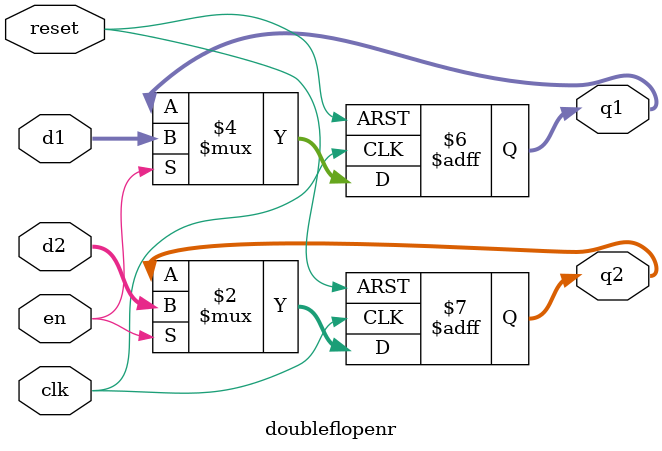
<source format=sv>
module doubleflopenr #(parameter WIDTH = 8)
					(input logic clk,reset,en,
					input logic [WIDTH-1:0] d1,
					input logic [WIDTH-1:0] d2,
					output logic [WIDTH-1:0] q1,
					output logic [WIDTH-1:0] q2);
	
	always_ff @(posedge clk,posedge reset)
		if (reset)
		begin
			q1 <= 0;
			q2 <= 0;
		end
		else if (en) 
		begin 
			q1 <= d1;
			q2 <= d2;
		end
endmodule
</source>
